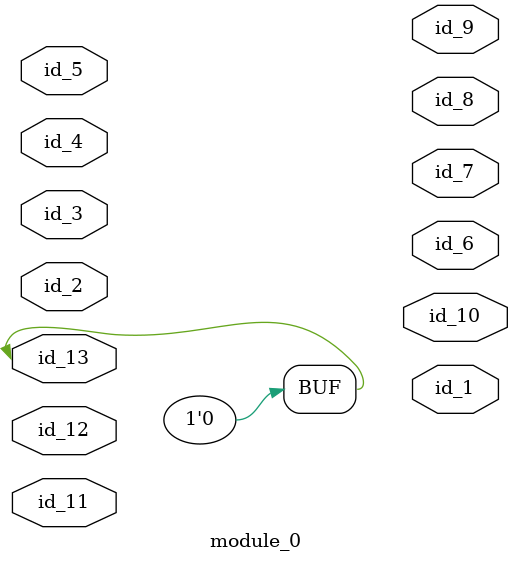
<source format=v>
module module_0 (
    id_1,
    id_2,
    id_3,
    id_4,
    id_5,
    id_6,
    id_7,
    id_8,
    id_9,
    id_10,
    id_11,
    id_12,
    id_13
);
  inout id_13;
  inout id_12;
  input id_11;
  output id_10;
  output id_9;
  output id_8;
  output id_7;
  output id_6;
  input id_5;
  inout id_4;
  inout id_3;
  inout id_2;
  output id_1;
  assign id_13 = 1'b0;
endmodule

</source>
